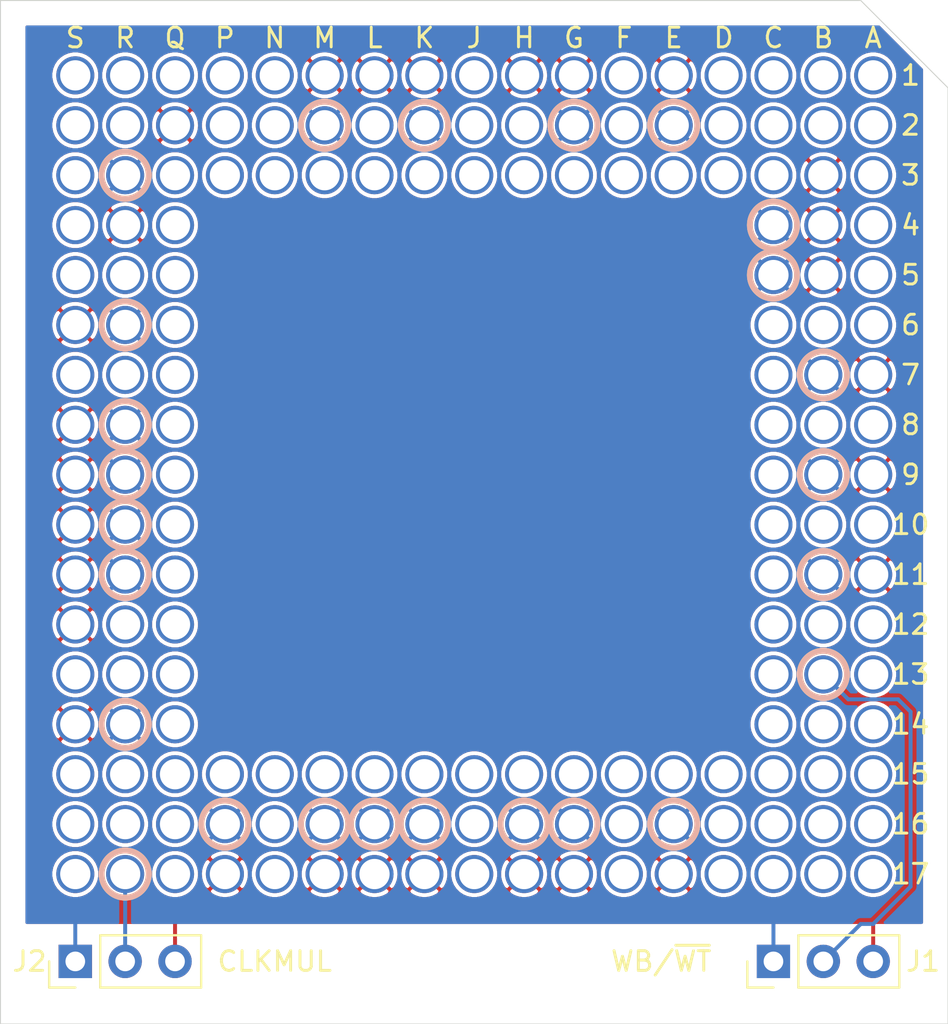
<source format=kicad_pcb>
(kicad_pcb (version 20171130) (host pcbnew "(5.1.9)-1")
  (layers (0 F.Cu signal) (31 B.Cu signal) (34 B.Paste user) (35 F.Paste user) (36 B.SilkS user) (37 F.SilkS user) (38 B.Mask user) (39 F.Mask user) (44 Edge.Cuts user))
  (net 0 "")
  (net 1 VSS)
  (net 2 VCC)
  (net 3 WB_~WT)
  (net 4 CLKMUL)
  (module 00Custom:MachinePinHoleHighlighted (layer F.Cu) (at 139.7 101.6)
    (fp_text reference HR17)
    (fp_text value ???)
    (fp_circle (center 0 0) (end 1.2 0) (layer B.SilkS) (width 0.3))
    (fp_circle (center 0 0) (end 1.2 0) (layer F.SilkS) (width 0.3))
    (pad 1 thru_hole circle (at 0 0) (size 1.94 1.94) (drill 1.54) (layers *.Cu *.Mask) (net 4 CLKMUL))
  )
  (module 00Custom:MachinePinHoleHighlighted (layer F.Cu) (at 139.7 93.98)
    (fp_text reference HR14)
    (fp_text value ???)
    (fp_circle (center 0 0) (end 1.2 0) (layer B.SilkS) (width 0.3))
    (fp_circle (center 0 0) (end 1.2 0) (layer F.SilkS) (width 0.3))
    (pad 1 thru_hole circle (at 0 0) (size 1.94 1.94) (drill 1.54) (layers *.Cu *.Mask) (net 2 VCC))
  )
  (module 00Custom:MachinePinHoleHighlighted (layer F.Cu) (at 139.7 86.36)
    (fp_text reference HR11)
    (fp_text value ???)
    (fp_circle (center 0 0) (end 1.2 0) (layer B.SilkS) (width 0.3))
    (fp_circle (center 0 0) (end 1.2 0) (layer F.SilkS) (width 0.3))
    (pad 1 thru_hole circle (at 0 0) (size 1.94 1.94) (drill 1.54) (layers *.Cu *.Mask) (net 2 VCC))
  )
  (module 00Custom:MachinePinHoleHighlighted (layer F.Cu) (at 139.7 83.82)
    (fp_text reference HR10)
    (fp_text value ???)
    (fp_circle (center 0 0) (end 1.2 0) (layer B.SilkS) (width 0.3))
    (fp_circle (center 0 0) (end 1.2 0) (layer F.SilkS) (width 0.3))
    (pad 1 thru_hole circle (at 0 0) (size 1.94 1.94) (drill 1.54) (layers *.Cu *.Mask) (net 2 VCC))
  )
  (module 00Custom:MachinePinHoleHighlighted (layer F.Cu) (at 139.7 81.28)
    (fp_text reference HR9)
    (fp_text value ???)
    (fp_circle (center 0 0) (end 1.2 0) (layer B.SilkS) (width 0.3))
    (fp_circle (center 0 0) (end 1.2 0) (layer F.SilkS) (width 0.3))
    (pad 1 thru_hole circle (at 0 0) (size 1.94 1.94) (drill 1.54) (layers *.Cu *.Mask) (net 2 VCC))
  )
  (module 00Custom:MachinePinHoleHighlighted (layer F.Cu) (at 139.7 78.74)
    (fp_text reference HR8)
    (fp_text value ???)
    (fp_circle (center 0 0) (end 1.2 0) (layer B.SilkS) (width 0.3))
    (fp_circle (center 0 0) (end 1.2 0) (layer F.SilkS) (width 0.3))
    (pad 1 thru_hole circle (at 0 0) (size 1.94 1.94) (drill 1.54) (layers *.Cu *.Mask) (net 2 VCC))
  )
  (module 00Custom:MachinePinHoleHighlighted (layer F.Cu) (at 139.7 73.66)
    (fp_text reference HR6)
    (fp_text value ???)
    (fp_circle (center 0 0) (end 1.2 0) (layer B.SilkS) (width 0.3))
    (fp_circle (center 0 0) (end 1.2 0) (layer F.SilkS) (width 0.3))
    (pad 1 thru_hole circle (at 0 0) (size 1.94 1.94) (drill 1.54) (layers *.Cu *.Mask) (net 2 VCC))
  )
  (module 00Custom:MachinePinHoleHighlighted (layer F.Cu) (at 139.7 66.04)
    (fp_text reference HR3)
    (fp_text value ???)
    (fp_circle (center 0 0) (end 1.2 0) (layer B.SilkS) (width 0.3))
    (fp_circle (center 0 0) (end 1.2 0) (layer F.SilkS) (width 0.3))
    (pad 1 thru_hole circle (at 0 0) (size 1.94 1.94) (drill 1.54) (layers *.Cu *.Mask) (net 2 VCC))
  )
  (module 00Custom:MachinePinHoleHighlighted (layer F.Cu) (at 144.78 99.06)
    (fp_text reference HP16)
    (fp_text value ???)
    (fp_circle (center 0 0) (end 1.2 0) (layer B.SilkS) (width 0.3))
    (fp_circle (center 0 0) (end 1.2 0) (layer F.SilkS) (width 0.3))
    (pad 1 thru_hole circle (at 0 0) (size 1.94 1.94) (drill 1.54) (layers *.Cu *.Mask) (net 2 VCC))
  )
  (module 00Custom:MachinePinHoleHighlighted (layer F.Cu) (at 149.86 99.06)
    (fp_text reference HM16)
    (fp_text value ???)
    (fp_circle (center 0 0) (end 1.2 0) (layer B.SilkS) (width 0.3))
    (fp_circle (center 0 0) (end 1.2 0) (layer F.SilkS) (width 0.3))
    (pad 1 thru_hole circle (at 0 0) (size 1.94 1.94) (drill 1.54) (layers *.Cu *.Mask) (net 2 VCC))
  )
  (module 00Custom:MachinePinHoleHighlighted (layer F.Cu) (at 149.86 63.5)
    (fp_text reference HM2)
    (fp_text value ???)
    (fp_circle (center 0 0) (end 1.2 0) (layer B.SilkS) (width 0.3))
    (fp_circle (center 0 0) (end 1.2 0) (layer F.SilkS) (width 0.3))
    (pad 1 thru_hole circle (at 0 0) (size 1.94 1.94) (drill 1.54) (layers *.Cu *.Mask) (net 2 VCC))
  )
  (module 00Custom:MachinePinHoleHighlighted (layer F.Cu) (at 152.4 99.06)
    (fp_text reference HL16)
    (fp_text value ???)
    (fp_circle (center 0 0) (end 1.2 0) (layer B.SilkS) (width 0.3))
    (fp_circle (center 0 0) (end 1.2 0) (layer F.SilkS) (width 0.3))
    (pad 1 thru_hole circle (at 0 0) (size 1.94 1.94) (drill 1.54) (layers *.Cu *.Mask) (net 2 VCC))
  )
  (module 00Custom:MachinePinHoleHighlighted (layer F.Cu) (at 154.94 99.06)
    (fp_text reference HK16)
    (fp_text value ???)
    (fp_circle (center 0 0) (end 1.2 0) (layer B.SilkS) (width 0.3))
    (fp_circle (center 0 0) (end 1.2 0) (layer F.SilkS) (width 0.3))
    (pad 1 thru_hole circle (at 0 0) (size 1.94 1.94) (drill 1.54) (layers *.Cu *.Mask) (net 2 VCC))
  )
  (module 00Custom:MachinePinHoleHighlighted (layer F.Cu) (at 154.94 63.5)
    (fp_text reference HK2)
    (fp_text value ???)
    (fp_circle (center 0 0) (end 1.2 0) (layer B.SilkS) (width 0.3))
    (fp_circle (center 0 0) (end 1.2 0) (layer F.SilkS) (width 0.3))
    (pad 1 thru_hole circle (at 0 0) (size 1.94 1.94) (drill 1.54) (layers *.Cu *.Mask) (net 2 VCC))
  )
  (module 00Custom:MachinePinHoleHighlighted (layer F.Cu) (at 160.02 99.06)
    (fp_text reference HH16)
    (fp_text value ???)
    (fp_circle (center 0 0) (end 1.2 0) (layer B.SilkS) (width 0.3))
    (fp_circle (center 0 0) (end 1.2 0) (layer F.SilkS) (width 0.3))
    (pad 1 thru_hole circle (at 0 0) (size 1.94 1.94) (drill 1.54) (layers *.Cu *.Mask) (net 2 VCC))
  )
  (module 00Custom:MachinePinHoleHighlighted (layer F.Cu) (at 162.56 99.06)
    (fp_text reference HG16)
    (fp_text value ???)
    (fp_circle (center 0 0) (end 1.2 0) (layer B.SilkS) (width 0.3))
    (fp_circle (center 0 0) (end 1.2 0) (layer F.SilkS) (width 0.3))
    (pad 1 thru_hole circle (at 0 0) (size 1.94 1.94) (drill 1.54) (layers *.Cu *.Mask) (net 2 VCC))
  )
  (module 00Custom:MachinePinHoleHighlighted (layer F.Cu) (at 162.56 63.5)
    (fp_text reference HG2)
    (fp_text value ???)
    (fp_circle (center 0 0) (end 1.2 0) (layer B.SilkS) (width 0.3))
    (fp_circle (center 0 0) (end 1.2 0) (layer F.SilkS) (width 0.3))
    (pad 1 thru_hole circle (at 0 0) (size 1.94 1.94) (drill 1.54) (layers *.Cu *.Mask) (net 2 VCC))
  )
  (module 00Custom:MachinePinHoleHighlighted (layer F.Cu) (at 167.64 99.06)
    (fp_text reference HE16)
    (fp_text value ???)
    (fp_circle (center 0 0) (end 1.2 0) (layer B.SilkS) (width 0.3))
    (fp_circle (center 0 0) (end 1.2 0) (layer F.SilkS) (width 0.3))
    (pad 1 thru_hole circle (at 0 0) (size 1.94 1.94) (drill 1.54) (layers *.Cu *.Mask) (net 2 VCC))
  )
  (module 00Custom:MachinePinHoleHighlighted (layer F.Cu) (at 167.64 63.5)
    (fp_text reference HE2)
    (fp_text value ???)
    (fp_circle (center 0 0) (end 1.2 0) (layer B.SilkS) (width 0.3))
    (fp_circle (center 0 0) (end 1.2 0) (layer F.SilkS) (width 0.3))
    (pad 1 thru_hole circle (at 0 0) (size 1.94 1.94) (drill 1.54) (layers *.Cu *.Mask) (net 2 VCC))
  )
  (module 00Custom:MachinePinHoleHighlighted (layer F.Cu) (at 172.72 71.12)
    (fp_text reference HC5)
    (fp_text value ???)
    (fp_circle (center 0 0) (end 1.2 0) (layer B.SilkS) (width 0.3))
    (fp_circle (center 0 0) (end 1.2 0) (layer F.SilkS) (width 0.3))
    (pad 1 thru_hole circle (at 0 0) (size 1.94 1.94) (drill 1.54) (layers *.Cu *.Mask) (net 2 VCC))
  )
  (module 00Custom:MachinePinHoleHighlighted (layer F.Cu) (at 172.72 68.58)
    (fp_text reference HC4)
    (fp_text value ???)
    (fp_circle (center 0 0) (end 1.2 0) (layer B.SilkS) (width 0.3))
    (fp_circle (center 0 0) (end 1.2 0) (layer F.SilkS) (width 0.3))
    (pad 1 thru_hole circle (at 0 0) (size 1.94 1.94) (drill 1.54) (layers *.Cu *.Mask) (net 2 VCC))
  )
  (module 00Custom:MachinePinHoleHighlighted (layer F.Cu) (at 175.26 91.44)
    (fp_text reference HB13)
    (fp_text value WB/~WT)
    (fp_circle (center 0 0) (end 1.2 0) (layer B.SilkS) (width 0.3))
    (fp_circle (center 0 0) (end 1.2 0) (layer F.SilkS) (width 0.3))
    (pad 1 thru_hole circle (at 0 0) (size 1.94 1.94) (drill 1.54) (layers *.Cu *.Mask) (net 3 WB_~WT))
  )
  (module 00Custom:MachinePinHoleHighlighted (layer F.Cu) (at 175.26 86.36)
    (fp_text reference HB11)
    (fp_text value ???)
    (fp_circle (center 0 0) (end 1.2 0) (layer B.SilkS) (width 0.3))
    (fp_circle (center 0 0) (end 1.2 0) (layer F.SilkS) (width 0.3))
    (pad 1 thru_hole circle (at 0 0) (size 1.94 1.94) (drill 1.54) (layers *.Cu *.Mask) (net 2 VCC))
  )
  (module 00Custom:MachinePinHoleHighlighted (layer F.Cu) (at 175.26 81.28)
    (fp_text reference HB9)
    (fp_text value ???)
    (fp_circle (center 0 0) (end 1.2 0) (layer B.SilkS) (width 0.3))
    (fp_circle (center 0 0) (end 1.2 0) (layer F.SilkS) (width 0.3))
    (pad 1 thru_hole circle (at 0 0) (size 1.94 1.94) (drill 1.54) (layers *.Cu *.Mask) (net 2 VCC))
  )
  (module 00Custom:MachinePinHoleHighlighted (layer F.Cu) (at 175.26 76.2)
    (fp_text reference HB7)
    (fp_text value ???)
    (fp_circle (center 0 0) (end 1.2 0) (layer B.SilkS) (width 0.3))
    (fp_circle (center 0 0) (end 1.2 0) (layer F.SilkS) (width 0.3))
    (pad 1 thru_hole circle (at 0 0) (size 1.94 1.94) (drill 1.54) (layers *.Cu *.Mask) (net 2 VCC))
  )
  (module Connector_PinHeader_2.54mm:PinHeader_1x03_P2.54mm_Vertical (layer F.Cu) (at 172.72 106.045 90)
    (fp_text reference J1 (at 0 7.62 180) (layer F.SilkS))
    (fp_text value WB/~WT)
    (fp_line (start -1.33 6.41) (end 1.33 6.41) (layer F.SilkS) (width 0.12))
    (fp_line (start -1.33 1.27) (end -1.33 6.41) (layer F.SilkS) (width 0.12))
    (fp_line (start 1.33 1.27) (end 1.33 6.41) (layer F.SilkS) (width 0.12))
    (fp_line (start -1.33 1.27) (end 1.33 1.27) (layer F.SilkS) (width 0.12))
    (fp_line (start -1.33 0) (end -1.33 -1.33) (layer F.SilkS) (width 0.12))
    (fp_line (start -1.33 -1.33) (end 0 -1.33) (layer F.SilkS) (width 0.12))
    (fp_text user %V (at 0 -5.715) (layer F.SilkS))
    (pad 3 thru_hole oval (at 0 5.08 90) (size 1.7 1.7) (drill 1) (layers *.Cu *.Mask) (net 1 VSS))
    (pad 2 thru_hole oval (at 0 2.54 90) (size 1.7 1.7) (drill 1) (layers *.Cu *.Mask) (net 3 WB_~WT))
    (pad 1 thru_hole rect (at 0 0 90) (size 1.7 1.7) (drill 1) (layers *.Cu *.Mask) (net 2 VCC))
  )
  (module Connector_PinHeader_2.54mm:PinHeader_1x03_P2.54mm_Vertical (layer F.Cu) (at 137.16 106.045 90)
    (fp_text reference J2 (at 0 -2.33 180) (layer F.SilkS))
    (fp_text value CLKMUL)
    (fp_line (start -1.33 -1.33) (end 0 -1.33) (layer F.SilkS) (width 0.12))
    (fp_line (start -1.33 0) (end -1.33 -1.33) (layer F.SilkS) (width 0.12))
    (fp_line (start -1.33 1.27) (end 1.33 1.27) (layer F.SilkS) (width 0.12))
    (fp_line (start 1.33 1.27) (end 1.33 6.41) (layer F.SilkS) (width 0.12))
    (fp_line (start -1.33 1.27) (end -1.33 6.41) (layer F.SilkS) (width 0.12))
    (fp_line (start -1.33 6.41) (end 1.33 6.41) (layer F.SilkS) (width 0.12))
    (fp_text user %V (at 0 10.16) (layer F.SilkS))
    (pad 1 thru_hole rect (at 0 0 90) (size 1.7 1.7) (drill 1) (layers *.Cu *.Mask) (net 2 VCC))
    (pad 2 thru_hole oval (at 0 2.54 90) (size 1.7 1.7) (drill 1) (layers *.Cu *.Mask) (net 4 CLKMUL))
    (pad 3 thru_hole oval (at 0 5.08 90) (size 1.7 1.7) (drill 1) (layers *.Cu *.Mask) (net 1 VSS))
  )
  (module 00Custom:MachinePinHole (layer F.Cu) (at 137.16 101.6)
    (fp_text reference HS17)
    (fp_text value ???)
    (pad 1 thru_hole circle (at 0 0) (size 1.94 1.94) (drill 1.54) (layers *.Cu *.Mask))
  )
  (module 00Custom:MachinePinHole (layer F.Cu) (at 137.16 99.06)
    (fp_text reference HS16)
    (fp_text value ???)
    (pad 1 thru_hole circle (at 0 0) (size 1.94 1.94) (drill 1.54) (layers *.Cu *.Mask))
  )
  (module 00Custom:MachinePinHole (layer F.Cu) (at 137.16 96.52)
    (fp_text reference HS15)
    (fp_text value ???)
    (pad 1 thru_hole circle (at 0 0) (size 1.94 1.94) (drill 1.54) (layers *.Cu *.Mask))
  )
  (module 00Custom:MachinePinHole (layer F.Cu) (at 137.16 93.98)
    (fp_text reference HS14)
    (fp_text value ???)
    (pad 1 thru_hole circle (at 0 0) (size 1.94 1.94) (drill 1.54) (layers *.Cu *.Mask) (net 1 VSS))
  )
  (module 00Custom:MachinePinHole (layer F.Cu) (at 137.16 91.44)
    (fp_text reference HS13)
    (fp_text value ???)
    (pad 1 thru_hole circle (at 0 0) (size 1.94 1.94) (drill 1.54) (layers *.Cu *.Mask))
  )
  (module 00Custom:MachinePinHole (layer F.Cu) (at 137.16 88.9)
    (fp_text reference HS12)
    (fp_text value ???)
    (pad 1 thru_hole circle (at 0 0) (size 1.94 1.94) (drill 1.54) (layers *.Cu *.Mask) (net 1 VSS))
  )
  (module 00Custom:MachinePinHole (layer F.Cu) (at 137.16 86.36)
    (fp_text reference HS11)
    (fp_text value ???)
    (pad 1 thru_hole circle (at 0 0) (size 1.94 1.94) (drill 1.54) (layers *.Cu *.Mask) (net 1 VSS))
  )
  (module 00Custom:MachinePinHole (layer F.Cu) (at 137.16 83.82)
    (fp_text reference HS10)
    (fp_text value ???)
    (pad 1 thru_hole circle (at 0 0) (size 1.94 1.94) (drill 1.54) (layers *.Cu *.Mask) (net 1 VSS))
  )
  (module 00Custom:MachinePinHole (layer F.Cu) (at 137.16 81.28)
    (fp_text reference HS9)
    (fp_text value ???)
    (pad 1 thru_hole circle (at 0 0) (size 1.94 1.94) (drill 1.54) (layers *.Cu *.Mask) (net 1 VSS))
  )
  (module 00Custom:MachinePinHole (layer F.Cu) (at 137.16 78.74)
    (fp_text reference HS8)
    (fp_text value ???)
    (pad 1 thru_hole circle (at 0 0) (size 1.94 1.94) (drill 1.54) (layers *.Cu *.Mask) (net 1 VSS))
  )
  (module 00Custom:MachinePinHole (layer F.Cu) (at 137.16 76.2)
    (fp_text reference HS7)
    (fp_text value ???)
    (pad 1 thru_hole circle (at 0 0) (size 1.94 1.94) (drill 1.54) (layers *.Cu *.Mask))
  )
  (module 00Custom:MachinePinHole (layer F.Cu) (at 137.16 73.66)
    (fp_text reference HS6)
    (fp_text value ???)
    (pad 1 thru_hole circle (at 0 0) (size 1.94 1.94) (drill 1.54) (layers *.Cu *.Mask) (net 1 VSS))
  )
  (module 00Custom:MachinePinHole (layer F.Cu) (at 137.16 71.12)
    (fp_text reference HS5)
    (fp_text value ???)
    (pad 1 thru_hole circle (at 0 0) (size 1.94 1.94) (drill 1.54) (layers *.Cu *.Mask))
  )
  (module 00Custom:MachinePinHole (layer F.Cu) (at 137.16 68.58)
    (fp_text reference HS4)
    (fp_text value ???)
    (pad 1 thru_hole circle (at 0 0) (size 1.94 1.94) (drill 1.54) (layers *.Cu *.Mask))
  )
  (module 00Custom:MachinePinHole (layer F.Cu) (at 137.16 66.04)
    (fp_text reference HS3)
    (fp_text value ???)
    (pad 1 thru_hole circle (at 0 0) (size 1.94 1.94) (drill 1.54) (layers *.Cu *.Mask))
  )
  (module 00Custom:MachinePinHole (layer F.Cu) (at 137.16 63.5)
    (fp_text reference HS2)
    (fp_text value ???)
    (pad 1 thru_hole circle (at 0 0) (size 1.94 1.94) (drill 1.54) (layers *.Cu *.Mask))
  )
  (module 00Custom:MachinePinHole (layer F.Cu) (at 137.16 60.96)
    (fp_text reference HS1)
    (fp_text value ???)
    (pad 1 thru_hole circle (at 0 0) (size 1.94 1.94) (drill 1.54) (layers *.Cu *.Mask))
  )
  (module 00Custom:MachinePinHole (layer F.Cu) (at 139.7 99.06)
    (fp_text reference HR16)
    (fp_text value ???)
    (pad 1 thru_hole circle (at 0 0) (size 1.94 1.94) (drill 1.54) (layers *.Cu *.Mask))
  )
  (module 00Custom:MachinePinHole (layer F.Cu) (at 139.7 96.52)
    (fp_text reference HR15)
    (fp_text value ???)
    (pad 1 thru_hole circle (at 0 0) (size 1.94 1.94) (drill 1.54) (layers *.Cu *.Mask))
  )
  (module 00Custom:MachinePinHole (layer F.Cu) (at 139.7 91.44)
    (fp_text reference HR13)
    (fp_text value ???)
    (pad 1 thru_hole circle (at 0 0) (size 1.94 1.94) (drill 1.54) (layers *.Cu *.Mask))
  )
  (module 00Custom:MachinePinHole (layer F.Cu) (at 139.7 88.9)
    (fp_text reference HR12)
    (fp_text value ???)
    (pad 1 thru_hole circle (at 0 0) (size 1.94 1.94) (drill 1.54) (layers *.Cu *.Mask))
  )
  (module 00Custom:MachinePinHole (layer F.Cu) (at 139.7 76.2)
    (fp_text reference HR7)
    (fp_text value ???)
    (pad 1 thru_hole circle (at 0 0) (size 1.94 1.94) (drill 1.54) (layers *.Cu *.Mask))
  )
  (module 00Custom:MachinePinHole (layer F.Cu) (at 139.7 71.12)
    (fp_text reference HR5)
    (fp_text value ???)
    (pad 1 thru_hole circle (at 0 0) (size 1.94 1.94) (drill 1.54) (layers *.Cu *.Mask))
  )
  (module 00Custom:MachinePinHole (layer F.Cu) (at 139.7 68.58)
    (fp_text reference HR4)
    (fp_text value ???)
    (pad 1 thru_hole circle (at 0 0) (size 1.94 1.94) (drill 1.54) (layers *.Cu *.Mask) (net 1 VSS))
  )
  (module 00Custom:MachinePinHole (layer F.Cu) (at 139.7 63.5)
    (fp_text reference HR2)
    (fp_text value ???)
    (pad 1 thru_hole circle (at 0 0) (size 1.94 1.94) (drill 1.54) (layers *.Cu *.Mask))
  )
  (module 00Custom:MachinePinHole (layer F.Cu) (at 139.7 60.96)
    (fp_text reference HR1)
    (fp_text value ???)
    (pad 1 thru_hole circle (at 0 0) (size 1.94 1.94) (drill 1.54) (layers *.Cu *.Mask))
  )
  (module 00Custom:MachinePinHole (layer F.Cu) (at 142.24 101.6)
    (fp_text reference HQ17)
    (fp_text value ???)
    (pad 1 thru_hole circle (at 0 0) (size 1.94 1.94) (drill 1.54) (layers *.Cu *.Mask))
  )
  (module 00Custom:MachinePinHole (layer F.Cu) (at 142.24 99.06)
    (fp_text reference HQ16)
    (fp_text value ???)
    (pad 1 thru_hole circle (at 0 0) (size 1.94 1.94) (drill 1.54) (layers *.Cu *.Mask))
  )
  (module 00Custom:MachinePinHole (layer F.Cu) (at 142.24 96.52)
    (fp_text reference HQ15)
    (fp_text value ???)
    (pad 1 thru_hole circle (at 0 0) (size 1.94 1.94) (drill 1.54) (layers *.Cu *.Mask))
  )
  (module 00Custom:MachinePinHole (layer F.Cu) (at 142.24 93.98)
    (fp_text reference HQ14)
    (fp_text value ???)
    (pad 1 thru_hole circle (at 0 0) (size 1.94 1.94) (drill 1.54) (layers *.Cu *.Mask))
  )
  (module 00Custom:MachinePinHole (layer F.Cu) (at 142.24 91.44)
    (fp_text reference HQ13)
    (fp_text value ???)
    (pad 1 thru_hole circle (at 0 0) (size 1.94 1.94) (drill 1.54) (layers *.Cu *.Mask))
  )
  (module 00Custom:MachinePinHole (layer F.Cu) (at 142.24 88.9)
    (fp_text reference HQ12)
    (fp_text value ???)
    (pad 1 thru_hole circle (at 0 0) (size 1.94 1.94) (drill 1.54) (layers *.Cu *.Mask))
  )
  (module 00Custom:MachinePinHole (layer F.Cu) (at 142.24 86.36)
    (fp_text reference HQ11)
    (fp_text value ???)
    (pad 1 thru_hole circle (at 0 0) (size 1.94 1.94) (drill 1.54) (layers *.Cu *.Mask))
  )
  (module 00Custom:MachinePinHole (layer F.Cu) (at 142.24 83.82)
    (fp_text reference HQ10)
    (fp_text value ???)
    (pad 1 thru_hole circle (at 0 0) (size 1.94 1.94) (drill 1.54) (layers *.Cu *.Mask))
  )
  (module 00Custom:MachinePinHole (layer F.Cu) (at 142.24 81.28)
    (fp_text reference HQ9)
    (fp_text value ???)
    (pad 1 thru_hole circle (at 0 0) (size 1.94 1.94) (drill 1.54) (layers *.Cu *.Mask))
  )
  (module 00Custom:MachinePinHole (layer F.Cu) (at 142.24 78.74)
    (fp_text reference HQ8)
    (fp_text value ???)
    (pad 1 thru_hole circle (at 0 0) (size 1.94 1.94) (drill 1.54) (layers *.Cu *.Mask))
  )
  (module 00Custom:MachinePinHole (layer F.Cu) (at 142.24 76.2)
    (fp_text reference HQ7)
    (fp_text value ???)
    (pad 1 thru_hole circle (at 0 0) (size 1.94 1.94) (drill 1.54) (layers *.Cu *.Mask))
  )
  (module 00Custom:MachinePinHole (layer F.Cu) (at 142.24 73.66)
    (fp_text reference HQ6)
    (fp_text value ???)
    (pad 1 thru_hole circle (at 0 0) (size 1.94 1.94) (drill 1.54) (layers *.Cu *.Mask))
  )
  (module 00Custom:MachinePinHole (layer F.Cu) (at 142.24 71.12)
    (fp_text reference HQ5)
    (fp_text value ???)
    (pad 1 thru_hole circle (at 0 0) (size 1.94 1.94) (drill 1.54) (layers *.Cu *.Mask))
  )
  (module 00Custom:MachinePinHole (layer F.Cu) (at 142.24 68.58)
    (fp_text reference HQ4)
    (fp_text value ???)
    (pad 1 thru_hole circle (at 0 0) (size 1.94 1.94) (drill 1.54) (layers *.Cu *.Mask))
  )
  (module 00Custom:MachinePinHole (layer F.Cu) (at 142.24 66.04)
    (fp_text reference HQ3)
    (fp_text value ???)
    (pad 1 thru_hole circle (at 0 0) (size 1.94 1.94) (drill 1.54) (layers *.Cu *.Mask))
  )
  (module 00Custom:MachinePinHole (layer F.Cu) (at 142.24 63.5)
    (fp_text reference HQ2)
    (fp_text value ???)
    (pad 1 thru_hole circle (at 0 0) (size 1.94 1.94) (drill 1.54) (layers *.Cu *.Mask) (net 1 VSS))
  )
  (module 00Custom:MachinePinHole (layer F.Cu) (at 142.24 60.96)
    (fp_text reference HQ1)
    (fp_text value ???)
    (pad 1 thru_hole circle (at 0 0) (size 1.94 1.94) (drill 1.54) (layers *.Cu *.Mask))
  )
  (module 00Custom:MachinePinHole (layer F.Cu) (at 144.78 101.6)
    (fp_text reference HP17)
    (fp_text value ???)
    (pad 1 thru_hole circle (at 0 0) (size 1.94 1.94) (drill 1.54) (layers *.Cu *.Mask) (net 1 VSS))
  )
  (module 00Custom:MachinePinHole (layer F.Cu) (at 144.78 96.52)
    (fp_text reference HP15)
    (fp_text value ???)
    (pad 1 thru_hole circle (at 0 0) (size 1.94 1.94) (drill 1.54) (layers *.Cu *.Mask))
  )
  (module 00Custom:MachinePinHole (layer F.Cu) (at 144.78 66.04)
    (fp_text reference HP3)
    (fp_text value ???)
    (pad 1 thru_hole circle (at 0 0) (size 1.94 1.94) (drill 1.54) (layers *.Cu *.Mask))
  )
  (module 00Custom:MachinePinHole (layer F.Cu) (at 144.78 63.5)
    (fp_text reference HP2)
    (fp_text value ???)
    (pad 1 thru_hole circle (at 0 0) (size 1.94 1.94) (drill 1.54) (layers *.Cu *.Mask))
  )
  (module 00Custom:MachinePinHole (layer F.Cu) (at 144.78 60.96)
    (fp_text reference HP1)
    (fp_text value ???)
    (pad 1 thru_hole circle (at 0 0) (size 1.94 1.94) (drill 1.54) (layers *.Cu *.Mask))
  )
  (module 00Custom:MachinePinHole (layer F.Cu) (at 147.32 101.6)
    (fp_text reference HN17)
    (fp_text value ???)
    (pad 1 thru_hole circle (at 0 0) (size 1.94 1.94) (drill 1.54) (layers *.Cu *.Mask))
  )
  (module 00Custom:MachinePinHole (layer F.Cu) (at 147.32 99.06)
    (fp_text reference HN16)
    (fp_text value ???)
    (pad 1 thru_hole circle (at 0 0) (size 1.94 1.94) (drill 1.54) (layers *.Cu *.Mask))
  )
  (module 00Custom:MachinePinHole (layer F.Cu) (at 147.32 96.52)
    (fp_text reference HN15)
    (fp_text value ???)
    (pad 1 thru_hole circle (at 0 0) (size 1.94 1.94) (drill 1.54) (layers *.Cu *.Mask))
  )
  (module 00Custom:MachinePinHole (layer F.Cu) (at 147.32 66.04)
    (fp_text reference HN3)
    (fp_text value ???)
    (pad 1 thru_hole circle (at 0 0) (size 1.94 1.94) (drill 1.54) (layers *.Cu *.Mask))
  )
  (module 00Custom:MachinePinHole (layer F.Cu) (at 147.32 63.5)
    (fp_text reference HN2)
    (fp_text value ???)
    (pad 1 thru_hole circle (at 0 0) (size 1.94 1.94) (drill 1.54) (layers *.Cu *.Mask))
  )
  (module 00Custom:MachinePinHole (layer F.Cu) (at 147.32 60.96)
    (fp_text reference HN1)
    (fp_text value ???)
    (pad 1 thru_hole circle (at 0 0) (size 1.94 1.94) (drill 1.54) (layers *.Cu *.Mask))
  )
  (module 00Custom:MachinePinHole (layer F.Cu) (at 149.86 101.6)
    (fp_text reference HM17)
    (fp_text value ???)
    (pad 1 thru_hole circle (at 0 0) (size 1.94 1.94) (drill 1.54) (layers *.Cu *.Mask) (net 1 VSS))
  )
  (module 00Custom:MachinePinHole (layer F.Cu) (at 149.86 96.52)
    (fp_text reference HM15)
    (fp_text value ???)
    (pad 1 thru_hole circle (at 0 0) (size 1.94 1.94) (drill 1.54) (layers *.Cu *.Mask))
  )
  (module 00Custom:MachinePinHole (layer F.Cu) (at 149.86 66.04)
    (fp_text reference HM3)
    (fp_text value ???)
    (pad 1 thru_hole circle (at 0 0) (size 1.94 1.94) (drill 1.54) (layers *.Cu *.Mask))
  )
  (module 00Custom:MachinePinHole (layer F.Cu) (at 149.86 60.96)
    (fp_text reference HM1)
    (fp_text value ???)
    (pad 1 thru_hole circle (at 0 0) (size 1.94 1.94) (drill 1.54) (layers *.Cu *.Mask) (net 1 VSS))
  )
  (module 00Custom:MachinePinHole (layer F.Cu) (at 152.4 101.6)
    (fp_text reference HL17)
    (fp_text value ???)
    (pad 1 thru_hole circle (at 0 0) (size 1.94 1.94) (drill 1.54) (layers *.Cu *.Mask) (net 1 VSS))
  )
  (module 00Custom:MachinePinHole (layer F.Cu) (at 152.4 96.52)
    (fp_text reference HL15)
    (fp_text value ???)
    (pad 1 thru_hole circle (at 0 0) (size 1.94 1.94) (drill 1.54) (layers *.Cu *.Mask))
  )
  (module 00Custom:MachinePinHole (layer F.Cu) (at 152.4 66.04)
    (fp_text reference HL3)
    (fp_text value ???)
    (pad 1 thru_hole circle (at 0 0) (size 1.94 1.94) (drill 1.54) (layers *.Cu *.Mask))
  )
  (module 00Custom:MachinePinHole (layer F.Cu) (at 152.4 63.5)
    (fp_text reference HL2)
    (fp_text value ???)
    (pad 1 thru_hole circle (at 0 0) (size 1.94 1.94) (drill 1.54) (layers *.Cu *.Mask))
  )
  (module 00Custom:MachinePinHole (layer F.Cu) (at 152.4 60.96)
    (fp_text reference HL1)
    (fp_text value ???)
    (pad 1 thru_hole circle (at 0 0) (size 1.94 1.94) (drill 1.54) (layers *.Cu *.Mask) (net 1 VSS))
  )
  (module 00Custom:MachinePinHole (layer F.Cu) (at 154.94 101.6)
    (fp_text reference HK17)
    (fp_text value ???)
    (pad 1 thru_hole circle (at 0 0) (size 1.94 1.94) (drill 1.54) (layers *.Cu *.Mask) (net 1 VSS))
  )
  (module 00Custom:MachinePinHole (layer F.Cu) (at 154.94 96.52)
    (fp_text reference HK15)
    (fp_text value ???)
    (pad 1 thru_hole circle (at 0 0) (size 1.94 1.94) (drill 1.54) (layers *.Cu *.Mask))
  )
  (module 00Custom:MachinePinHole (layer F.Cu) (at 154.94 66.04)
    (fp_text reference HK3)
    (fp_text value ???)
    (pad 1 thru_hole circle (at 0 0) (size 1.94 1.94) (drill 1.54) (layers *.Cu *.Mask))
  )
  (module 00Custom:MachinePinHole (layer F.Cu) (at 154.94 60.96)
    (fp_text reference HK1)
    (fp_text value ???)
    (pad 1 thru_hole circle (at 0 0) (size 1.94 1.94) (drill 1.54) (layers *.Cu *.Mask) (net 1 VSS))
  )
  (module 00Custom:MachinePinHole (layer F.Cu) (at 157.48 101.6)
    (fp_text reference HJ17)
    (fp_text value ???)
    (pad 1 thru_hole circle (at 0 0) (size 1.94 1.94) (drill 1.54) (layers *.Cu *.Mask))
  )
  (module 00Custom:MachinePinHole (layer F.Cu) (at 157.48 99.06)
    (fp_text reference HJ16)
    (fp_text value ???)
    (pad 1 thru_hole circle (at 0 0) (size 1.94 1.94) (drill 1.54) (layers *.Cu *.Mask))
  )
  (module 00Custom:MachinePinHole (layer F.Cu) (at 157.48 96.52)
    (fp_text reference HJ15)
    (fp_text value ???)
    (pad 1 thru_hole circle (at 0 0) (size 1.94 1.94) (drill 1.54) (layers *.Cu *.Mask))
  )
  (module 00Custom:MachinePinHole (layer F.Cu) (at 157.48 66.04)
    (fp_text reference HJ3)
    (fp_text value ???)
    (pad 1 thru_hole circle (at 0 0) (size 1.94 1.94) (drill 1.54) (layers *.Cu *.Mask))
  )
  (module 00Custom:MachinePinHole (layer F.Cu) (at 157.48 63.5)
    (fp_text reference HJ2)
    (fp_text value ???)
    (pad 1 thru_hole circle (at 0 0) (size 1.94 1.94) (drill 1.54) (layers *.Cu *.Mask))
  )
  (module 00Custom:MachinePinHole (layer F.Cu) (at 157.48 60.96)
    (fp_text reference HJ1)
    (fp_text value ???)
    (pad 1 thru_hole circle (at 0 0) (size 1.94 1.94) (drill 1.54) (layers *.Cu *.Mask))
  )
  (module 00Custom:MachinePinHole (layer F.Cu) (at 160.02 101.6)
    (fp_text reference HH17)
    (fp_text value ???)
    (pad 1 thru_hole circle (at 0 0) (size 1.94 1.94) (drill 1.54) (layers *.Cu *.Mask) (net 1 VSS))
  )
  (module 00Custom:MachinePinHole (layer F.Cu) (at 160.02 96.52)
    (fp_text reference HH15)
    (fp_text value ???)
    (pad 1 thru_hole circle (at 0 0) (size 1.94 1.94) (drill 1.54) (layers *.Cu *.Mask))
  )
  (module 00Custom:MachinePinHole (layer F.Cu) (at 160.02 66.04)
    (fp_text reference HH3)
    (fp_text value ???)
    (pad 1 thru_hole circle (at 0 0) (size 1.94 1.94) (drill 1.54) (layers *.Cu *.Mask))
  )
  (module 00Custom:MachinePinHole (layer F.Cu) (at 160.02 63.5)
    (fp_text reference HH2)
    (fp_text value ???)
    (pad 1 thru_hole circle (at 0 0) (size 1.94 1.94) (drill 1.54) (layers *.Cu *.Mask))
  )
  (module 00Custom:MachinePinHole (layer F.Cu) (at 160.02 60.96)
    (fp_text reference HH1)
    (fp_text value ???)
    (pad 1 thru_hole circle (at 0 0) (size 1.94 1.94) (drill 1.54) (layers *.Cu *.Mask) (net 1 VSS))
  )
  (module 00Custom:MachinePinHole (layer F.Cu) (at 162.56 101.6)
    (fp_text reference HG17)
    (fp_text value ???)
    (pad 1 thru_hole circle (at 0 0) (size 1.94 1.94) (drill 1.54) (layers *.Cu *.Mask) (net 1 VSS))
  )
  (module 00Custom:MachinePinHole (layer F.Cu) (at 162.56 96.52)
    (fp_text reference HG15)
    (fp_text value ???)
    (pad 1 thru_hole circle (at 0 0) (size 1.94 1.94) (drill 1.54) (layers *.Cu *.Mask))
  )
  (module 00Custom:MachinePinHole (layer F.Cu) (at 162.56 66.04)
    (fp_text reference HG3)
    (fp_text value ???)
    (pad 1 thru_hole circle (at 0 0) (size 1.94 1.94) (drill 1.54) (layers *.Cu *.Mask))
  )
  (module 00Custom:MachinePinHole (layer F.Cu) (at 162.56 60.96)
    (fp_text reference HG1)
    (fp_text value ???)
    (pad 1 thru_hole circle (at 0 0) (size 1.94 1.94) (drill 1.54) (layers *.Cu *.Mask) (net 1 VSS))
  )
  (module 00Custom:MachinePinHole (layer F.Cu) (at 165.1 101.6)
    (fp_text reference HF17)
    (fp_text value ???)
    (pad 1 thru_hole circle (at 0 0) (size 1.94 1.94) (drill 1.54) (layers *.Cu *.Mask))
  )
  (module 00Custom:MachinePinHole (layer F.Cu) (at 165.1 99.06)
    (fp_text reference HF16)
    (fp_text value ???)
    (pad 1 thru_hole circle (at 0 0) (size 1.94 1.94) (drill 1.54) (layers *.Cu *.Mask))
  )
  (module 00Custom:MachinePinHole (layer F.Cu) (at 165.1 96.52)
    (fp_text reference HF15)
    (fp_text value ???)
    (pad 1 thru_hole circle (at 0 0) (size 1.94 1.94) (drill 1.54) (layers *.Cu *.Mask))
  )
  (module 00Custom:MachinePinHole (layer F.Cu) (at 165.1 66.04)
    (fp_text reference HF3)
    (fp_text value ???)
    (pad 1 thru_hole circle (at 0 0) (size 1.94 1.94) (drill 1.54) (layers *.Cu *.Mask))
  )
  (module 00Custom:MachinePinHole (layer F.Cu) (at 165.1 63.5)
    (fp_text reference HF2)
    (fp_text value ???)
    (pad 1 thru_hole circle (at 0 0) (size 1.94 1.94) (drill 1.54) (layers *.Cu *.Mask))
  )
  (module 00Custom:MachinePinHole (layer F.Cu) (at 165.1 60.96)
    (fp_text reference HF1)
    (fp_text value ???)
    (pad 1 thru_hole circle (at 0 0) (size 1.94 1.94) (drill 1.54) (layers *.Cu *.Mask))
  )
  (module 00Custom:MachinePinHole (layer F.Cu) (at 167.64 101.6)
    (fp_text reference HE17)
    (fp_text value ???)
    (pad 1 thru_hole circle (at 0 0) (size 1.94 1.94) (drill 1.54) (layers *.Cu *.Mask) (net 1 VSS))
  )
  (module 00Custom:MachinePinHole (layer F.Cu) (at 167.64 96.52)
    (fp_text reference HE15)
    (fp_text value ???)
    (pad 1 thru_hole circle (at 0 0) (size 1.94 1.94) (drill 1.54) (layers *.Cu *.Mask))
  )
  (module 00Custom:MachinePinHole (layer F.Cu) (at 167.64 66.04)
    (fp_text reference HE3)
    (fp_text value ???)
    (pad 1 thru_hole circle (at 0 0) (size 1.94 1.94) (drill 1.54) (layers *.Cu *.Mask))
  )
  (module 00Custom:MachinePinHole (layer F.Cu) (at 167.64 60.96)
    (fp_text reference HE1)
    (fp_text value ???)
    (pad 1 thru_hole circle (at 0 0) (size 1.94 1.94) (drill 1.54) (layers *.Cu *.Mask) (net 1 VSS))
  )
  (module 00Custom:MachinePinHole (layer F.Cu) (at 170.18 101.6)
    (fp_text reference HD17)
    (fp_text value ???)
    (pad 1 thru_hole circle (at 0 0) (size 1.94 1.94) (drill 1.54) (layers *.Cu *.Mask))
  )
  (module 00Custom:MachinePinHole (layer F.Cu) (at 170.18 99.06)
    (fp_text reference HD16)
    (fp_text value ???)
    (pad 1 thru_hole circle (at 0 0) (size 1.94 1.94) (drill 1.54) (layers *.Cu *.Mask))
  )
  (module 00Custom:MachinePinHole (layer F.Cu) (at 170.18 96.52)
    (fp_text reference HD15)
    (fp_text value ???)
    (pad 1 thru_hole circle (at 0 0) (size 1.94 1.94) (drill 1.54) (layers *.Cu *.Mask))
  )
  (module 00Custom:MachinePinHole (layer F.Cu) (at 170.18 66.04)
    (fp_text reference HD3)
    (fp_text value ???)
    (pad 1 thru_hole circle (at 0 0) (size 1.94 1.94) (drill 1.54) (layers *.Cu *.Mask))
  )
  (module 00Custom:MachinePinHole (layer F.Cu) (at 170.18 63.5)
    (fp_text reference HD2)
    (fp_text value ???)
    (pad 1 thru_hole circle (at 0 0) (size 1.94 1.94) (drill 1.54) (layers *.Cu *.Mask))
  )
  (module 00Custom:MachinePinHole (layer F.Cu) (at 170.18 60.96)
    (fp_text reference HD1)
    (fp_text value ???)
    (pad 1 thru_hole circle (at 0 0) (size 1.94 1.94) (drill 1.54) (layers *.Cu *.Mask))
  )
  (module 00Custom:MachinePinHole (layer F.Cu) (at 172.72 101.6)
    (fp_text reference HC17)
    (fp_text value ???)
    (pad 1 thru_hole circle (at 0 0) (size 1.94 1.94) (drill 1.54) (layers *.Cu *.Mask))
  )
  (module 00Custom:MachinePinHole (layer F.Cu) (at 172.72 99.06)
    (fp_text reference HC16)
    (fp_text value ???)
    (pad 1 thru_hole circle (at 0 0) (size 1.94 1.94) (drill 1.54) (layers *.Cu *.Mask))
  )
  (module 00Custom:MachinePinHole (layer F.Cu) (at 172.72 96.52)
    (fp_text reference HC15)
    (fp_text value ???)
    (pad 1 thru_hole circle (at 0 0) (size 1.94 1.94) (drill 1.54) (layers *.Cu *.Mask))
  )
  (module 00Custom:MachinePinHole (layer F.Cu) (at 172.72 93.98)
    (fp_text reference HC14)
    (fp_text value ???)
    (pad 1 thru_hole circle (at 0 0) (size 1.94 1.94) (drill 1.54) (layers *.Cu *.Mask))
  )
  (module 00Custom:MachinePinHole (layer F.Cu) (at 172.72 91.44)
    (fp_text reference HC13)
    (fp_text value ???)
    (pad 1 thru_hole circle (at 0 0) (size 1.94 1.94) (drill 1.54) (layers *.Cu *.Mask))
  )
  (module 00Custom:MachinePinHole (layer F.Cu) (at 172.72 88.9)
    (fp_text reference HC12)
    (fp_text value ???)
    (pad 1 thru_hole circle (at 0 0) (size 1.94 1.94) (drill 1.54) (layers *.Cu *.Mask))
  )
  (module 00Custom:MachinePinHole (layer F.Cu) (at 172.72 86.36)
    (fp_text reference HC11)
    (fp_text value ???)
    (pad 1 thru_hole circle (at 0 0) (size 1.94 1.94) (drill 1.54) (layers *.Cu *.Mask))
  )
  (module 00Custom:MachinePinHole (layer F.Cu) (at 172.72 83.82)
    (fp_text reference HC10)
    (fp_text value ???)
    (pad 1 thru_hole circle (at 0 0) (size 1.94 1.94) (drill 1.54) (layers *.Cu *.Mask))
  )
  (module 00Custom:MachinePinHole (layer F.Cu) (at 172.72 81.28)
    (fp_text reference HC9)
    (fp_text value ???)
    (pad 1 thru_hole circle (at 0 0) (size 1.94 1.94) (drill 1.54) (layers *.Cu *.Mask))
  )
  (module 00Custom:MachinePinHole (layer F.Cu) (at 172.72 78.74)
    (fp_text reference HC8)
    (fp_text value ???)
    (pad 1 thru_hole circle (at 0 0) (size 1.94 1.94) (drill 1.54) (layers *.Cu *.Mask))
  )
  (module 00Custom:MachinePinHole (layer F.Cu) (at 172.72 76.2)
    (fp_text reference HC7)
    (fp_text value ???)
    (pad 1 thru_hole circle (at 0 0) (size 1.94 1.94) (drill 1.54) (layers *.Cu *.Mask))
  )
  (module 00Custom:MachinePinHole (layer F.Cu) (at 172.72 73.66)
    (fp_text reference HC6)
    (fp_text value ???)
    (pad 1 thru_hole circle (at 0 0) (size 1.94 1.94) (drill 1.54) (layers *.Cu *.Mask))
  )
  (module 00Custom:MachinePinHole (layer F.Cu) (at 172.72 66.04)
    (fp_text reference HC3)
    (fp_text value ???)
    (pad 1 thru_hole circle (at 0 0) (size 1.94 1.94) (drill 1.54) (layers *.Cu *.Mask))
  )
  (module 00Custom:MachinePinHole (layer F.Cu) (at 172.72 63.5)
    (fp_text reference HC2)
    (fp_text value ???)
    (pad 1 thru_hole circle (at 0 0) (size 1.94 1.94) (drill 1.54) (layers *.Cu *.Mask))
  )
  (module 00Custom:MachinePinHole (layer F.Cu) (at 172.72 60.96)
    (fp_text reference HC1)
    (fp_text value ???)
    (pad 1 thru_hole circle (at 0 0) (size 1.94 1.94) (drill 1.54) (layers *.Cu *.Mask))
  )
  (module 00Custom:MachinePinHole (layer F.Cu) (at 175.26 101.6)
    (fp_text reference HB17)
    (fp_text value ???)
    (pad 1 thru_hole circle (at 0 0) (size 1.94 1.94) (drill 1.54) (layers *.Cu *.Mask))
  )
  (module 00Custom:MachinePinHole (layer F.Cu) (at 175.26 99.06)
    (fp_text reference HB16)
    (fp_text value ???)
    (pad 1 thru_hole circle (at 0 0) (size 1.94 1.94) (drill 1.54) (layers *.Cu *.Mask))
  )
  (module 00Custom:MachinePinHole (layer F.Cu) (at 175.26 96.52)
    (fp_text reference HB15)
    (fp_text value ???)
    (pad 1 thru_hole circle (at 0 0) (size 1.94 1.94) (drill 1.54) (layers *.Cu *.Mask))
  )
  (module 00Custom:MachinePinHole (layer F.Cu) (at 175.26 93.98)
    (fp_text reference HB14)
    (fp_text value ???)
    (pad 1 thru_hole circle (at 0 0) (size 1.94 1.94) (drill 1.54) (layers *.Cu *.Mask))
  )
  (module 00Custom:MachinePinHole (layer F.Cu) (at 175.26 88.9)
    (fp_text reference HB12)
    (fp_text value ???)
    (pad 1 thru_hole circle (at 0 0) (size 1.94 1.94) (drill 1.54) (layers *.Cu *.Mask))
  )
  (module 00Custom:MachinePinHole (layer F.Cu) (at 175.26 83.82)
    (fp_text reference HB10)
    (fp_text value ???)
    (pad 1 thru_hole circle (at 0 0) (size 1.94 1.94) (drill 1.54) (layers *.Cu *.Mask))
  )
  (module 00Custom:MachinePinHole (layer F.Cu) (at 175.26 78.74)
    (fp_text reference HB8)
    (fp_text value ???)
    (pad 1 thru_hole circle (at 0 0) (size 1.94 1.94) (drill 1.54) (layers *.Cu *.Mask))
  )
  (module 00Custom:MachinePinHole (layer F.Cu) (at 175.26 73.66)
    (fp_text reference HB6)
    (fp_text value ???)
    (pad 1 thru_hole circle (at 0 0) (size 1.94 1.94) (drill 1.54) (layers *.Cu *.Mask))
  )
  (module 00Custom:MachinePinHole (layer F.Cu) (at 175.26 71.12)
    (fp_text reference HB5)
    (fp_text value ???)
    (pad 1 thru_hole circle (at 0 0) (size 1.94 1.94) (drill 1.54) (layers *.Cu *.Mask) (net 1 VSS))
  )
  (module 00Custom:MachinePinHole (layer F.Cu) (at 175.26 68.58)
    (fp_text reference HB4)
    (fp_text value ???)
    (pad 1 thru_hole circle (at 0 0) (size 1.94 1.94) (drill 1.54) (layers *.Cu *.Mask) (net 1 VSS))
  )
  (module 00Custom:MachinePinHole (layer F.Cu) (at 175.26 66.04)
    (fp_text reference HB3)
    (fp_text value ???)
    (pad 1 thru_hole circle (at 0 0) (size 1.94 1.94) (drill 1.54) (layers *.Cu *.Mask) (net 1 VSS))
  )
  (module 00Custom:MachinePinHole (layer F.Cu) (at 175.26 63.5)
    (fp_text reference HB2)
    (fp_text value ???)
    (pad 1 thru_hole circle (at 0 0) (size 1.94 1.94) (drill 1.54) (layers *.Cu *.Mask))
  )
  (module 00Custom:MachinePinHole (layer F.Cu) (at 175.26 60.96)
    (fp_text reference HB1)
    (fp_text value ???)
    (pad 1 thru_hole circle (at 0 0) (size 1.94 1.94) (drill 1.54) (layers *.Cu *.Mask))
  )
  (module 00Custom:MachinePinHole (layer F.Cu) (at 177.8 101.6)
    (fp_text reference HA17)
    (fp_text value ???)
    (pad 1 thru_hole circle (at 0 0) (size 1.94 1.94) (drill 1.54) (layers *.Cu *.Mask))
  )
  (module 00Custom:MachinePinHole (layer F.Cu) (at 177.8 99.06)
    (fp_text reference HA16)
    (fp_text value ???)
    (pad 1 thru_hole circle (at 0 0) (size 1.94 1.94) (drill 1.54) (layers *.Cu *.Mask))
  )
  (module 00Custom:MachinePinHole (layer F.Cu) (at 177.8 96.52)
    (fp_text reference HA15)
    (fp_text value ???)
    (pad 1 thru_hole circle (at 0 0) (size 1.94 1.94) (drill 1.54) (layers *.Cu *.Mask))
  )
  (module 00Custom:MachinePinHole (layer F.Cu) (at 177.8 93.98)
    (fp_text reference HA14)
    (fp_text value ???)
    (pad 1 thru_hole circle (at 0 0) (size 1.94 1.94) (drill 1.54) (layers *.Cu *.Mask))
  )
  (module 00Custom:MachinePinHole (layer F.Cu) (at 177.8 91.44)
    (fp_text reference HA13)
    (fp_text value ???)
    (pad 1 thru_hole circle (at 0 0) (size 1.94 1.94) (drill 1.54) (layers *.Cu *.Mask))
  )
  (module 00Custom:MachinePinHole (layer F.Cu) (at 177.8 88.9)
    (fp_text reference HA12)
    (fp_text value ???)
    (pad 1 thru_hole circle (at 0 0) (size 1.94 1.94) (drill 1.54) (layers *.Cu *.Mask))
  )
  (module 00Custom:MachinePinHole (layer F.Cu) (at 177.8 86.36)
    (fp_text reference HA11)
    (fp_text value ???)
    (pad 1 thru_hole circle (at 0 0) (size 1.94 1.94) (drill 1.54) (layers *.Cu *.Mask) (net 1 VSS))
  )
  (module 00Custom:MachinePinHole (layer F.Cu) (at 177.8 83.82)
    (fp_text reference HA10)
    (fp_text value ???)
    (pad 1 thru_hole circle (at 0 0) (size 1.94 1.94) (drill 1.54) (layers *.Cu *.Mask))
  )
  (module 00Custom:MachinePinHole (layer F.Cu) (at 177.8 81.28)
    (fp_text reference HA9)
    (fp_text value ???)
    (pad 1 thru_hole circle (at 0 0) (size 1.94 1.94) (drill 1.54) (layers *.Cu *.Mask) (net 1 VSS))
  )
  (module 00Custom:MachinePinHole (layer F.Cu) (at 177.8 78.74)
    (fp_text reference HA8)
    (fp_text value ???)
    (pad 1 thru_hole circle (at 0 0) (size 1.94 1.94) (drill 1.54) (layers *.Cu *.Mask))
  )
  (module 00Custom:MachinePinHole (layer F.Cu) (at 177.8 76.2)
    (fp_text reference HA7)
    (fp_text value ???)
    (pad 1 thru_hole circle (at 0 0) (size 1.94 1.94) (drill 1.54) (layers *.Cu *.Mask) (net 1 VSS))
  )
  (module 00Custom:MachinePinHole (layer F.Cu) (at 177.8 73.66)
    (fp_text reference HA6)
    (fp_text value ???)
    (pad 1 thru_hole circle (at 0 0) (size 1.94 1.94) (drill 1.54) (layers *.Cu *.Mask))
  )
  (module 00Custom:MachinePinHole (layer F.Cu) (at 177.8 71.12)
    (fp_text reference HA5)
    (fp_text value ???)
    (pad 1 thru_hole circle (at 0 0) (size 1.94 1.94) (drill 1.54) (layers *.Cu *.Mask))
  )
  (module 00Custom:MachinePinHole (layer F.Cu) (at 177.8 68.58)
    (fp_text reference HA4)
    (fp_text value ???)
    (pad 1 thru_hole circle (at 0 0) (size 1.94 1.94) (drill 1.54) (layers *.Cu *.Mask))
  )
  (module 00Custom:MachinePinHole (layer F.Cu) (at 177.8 66.04)
    (fp_text reference HA3)
    (fp_text value ???)
    (pad 1 thru_hole circle (at 0 0) (size 1.94 1.94) (drill 1.54) (layers *.Cu *.Mask))
  )
  (module 00Custom:MachinePinHole (layer F.Cu) (at 177.8 63.5)
    (fp_text reference HA2)
    (fp_text value ???)
    (pad 1 thru_hole circle (at 0 0) (size 1.94 1.94) (drill 1.54) (layers *.Cu *.Mask))
  )
  (module 00Custom:MachinePinHole (layer F.Cu) (at 177.8 60.96)
    (fp_text reference HA1)
    (fp_text value ???)
    (pad 1 thru_hole circle (at 0 0) (size 1.94 1.94) (drill 1.54) (layers *.Cu *.Mask))
  )
  (gr_line (start 181.61 61.595) (end 181.61 109.22) (layer Edge.Cuts) (width 0.05))
  (gr_line (start 177.165 57.15) (end 133.35 57.15) (layer Edge.Cuts) (width 0.05))
  (gr_line (start 181.61 61.595) (end 177.165 57.15) (layer Edge.Cuts) (width 0.05))
  (gr_line (start 133.35 109.22) (end 181.61 109.22) (layer Edge.Cuts) (width 0.05))
  (gr_line (start 133.35 57.15) (end 133.35 109.22) (layer Edge.Cuts) (width 0.05))
  (gr_text 17 (at 179.705 101.6) (layer F.SilkS) (effects (font (size 1 1))))
  (gr_text 16 (at 179.705 99.06) (layer F.SilkS) (effects (font (size 1 1))))
  (gr_text 15 (at 179.705 96.52) (layer F.SilkS) (effects (font (size 1 1))))
  (gr_text 14 (at 179.705 93.98) (layer F.SilkS) (effects (font (size 1 1))))
  (gr_text 13 (at 179.705 91.44) (layer F.SilkS) (effects (font (size 1 1))))
  (gr_text 12 (at 179.705 88.9) (layer F.SilkS) (effects (font (size 1 1))))
  (gr_text 11 (at 179.705 86.36) (layer F.SilkS) (effects (font (size 1 1))))
  (gr_text 10 (at 179.705 83.82) (layer F.SilkS) (effects (font (size 1 1))))
  (gr_text 9 (at 179.705 81.28) (layer F.SilkS) (effects (font (size 1 1))))
  (gr_text 8 (at 179.705 78.74) (layer F.SilkS) (effects (font (size 1 1))))
  (gr_text 7 (at 179.705 76.2) (layer F.SilkS) (effects (font (size 1 1))))
  (gr_text 6 (at 179.705 73.66) (layer F.SilkS) (effects (font (size 1 1))))
  (gr_text 5 (at 179.705 71.12) (layer F.SilkS) (effects (font (size 1 1))))
  (gr_text 4 (at 179.705 68.58) (layer F.SilkS) (effects (font (size 1 1))))
  (gr_text 3 (at 179.705 66.04) (layer F.SilkS) (effects (font (size 1 1))))
  (gr_text 2 (at 179.705 63.5) (layer F.SilkS) (effects (font (size 1 1))))
  (gr_text 1 (at 179.705 60.96) (layer F.SilkS) (effects (font (size 1 1))))
  (gr_text S (at 137.16 59.055) (layer F.SilkS) (effects (font (size 1 1))))
  (gr_text R (at 139.7 59.055) (layer F.SilkS) (effects (font (size 1 1))))
  (gr_text Q (at 142.24 59.055) (layer F.SilkS) (effects (font (size 1 1))))
  (gr_text P (at 144.78 59.055) (layer F.SilkS) (effects (font (size 1 1))))
  (gr_text N (at 147.32 59.055) (layer F.SilkS) (effects (font (size 1 1))))
  (gr_text M (at 149.86 59.055) (layer F.SilkS) (effects (font (size 1 1))))
  (gr_text L (at 152.4 59.055) (layer F.SilkS) (effects (font (size 1 1))))
  (gr_text K (at 154.94 59.055) (layer F.SilkS) (effects (font (size 1 1))))
  (gr_text J (at 157.48 59.055) (layer F.SilkS) (effects (font (size 1 1))))
  (gr_text H (at 160.02 59.055) (layer F.SilkS) (effects (font (size 1 1))))
  (gr_text G (at 162.56 59.055) (layer F.SilkS) (effects (font (size 1 1))))
  (gr_text F (at 165.1 59.055) (layer F.SilkS) (effects (font (size 1 1))))
  (gr_text E (at 167.64 59.055) (layer F.SilkS) (effects (font (size 1 1))))
  (gr_text D (at 170.18 59.055) (layer F.SilkS) (effects (font (size 1 1))))
  (gr_text C (at 172.72 59.055) (layer F.SilkS) (effects (font (size 1 1))))
  (gr_text B (at 175.26 59.055) (layer F.SilkS) (effects (font (size 1 1))))
  (gr_text A (at 177.8 59.055) (layer F.SilkS) (effects (font (size 1 1))))
  (segment (start 142.24 106.045) (end 142.24 103.505) (width 0.2) (layer F.Cu) (net 1))
  (segment (start 177.8 106.045) (end 177.8 103.505) (width 0.2) (layer F.Cu) (net 1))
  (segment (start 137.16 106.045) (end 137.16 103.505) (width 0.2) (layer B.Cu) (net 2))
  (segment (start 172.72 106.045) (end 172.72 103.505) (width 0.2) (layer B.Cu) (net 2))
  (segment (start 179.07 92.71) (end 176.53 92.71) (width 0.2) (layer B.Cu) (net 3))
  (segment (start 179.705 93.345) (end 179.07 92.71) (width 0.2) (layer B.Cu) (net 3))
  (segment (start 179.705 102.235) (end 179.705 93.345) (width 0.2) (layer B.Cu) (net 3))
  (segment (start 176.53 92.71) (end 175.26 91.44) (width 0.2) (layer B.Cu) (net 3))
  (segment (start 175.26 106.045) (end 177.165 104.14) (width 0.2) (layer B.Cu) (net 3))
  (segment (start 177.165 104.14) (end 177.8 104.14) (width 0.2) (layer B.Cu) (net 3))
  (segment (start 177.8 104.14) (end 179.705 102.235) (width 0.2) (layer B.Cu) (net 3))
  (segment (start 139.7 106.045) (end 139.7 101.6) (width 0.2) (layer B.Cu) (net 4))
  (zone (net 1) (net_name VSS) (layer F.Cu) (connect_pads (clearance 0.2)) (min_thickness 0.15) (fill yes (arc_segments 32) (thermal_gap 0.2) (thermal_bridge_width 0.2))
    (polygon (pts (xy 180.34 104.14) (xy 134.62 104.14) (xy 134.62 58.42) (xy 180.34 58.42)))
  )
  (zone (net 2) (net_name VCC) (layer B.Cu) (connect_pads (clearance 0.2)) (min_thickness 0.15) (fill yes (arc_segments 32) (thermal_gap 0.2) (thermal_bridge_width 0.2))
    (polygon (pts (xy 180.34 104.14) (xy 134.62 104.14) (xy 134.62 58.42) (xy 180.34 58.42)))
  )
)
</source>
